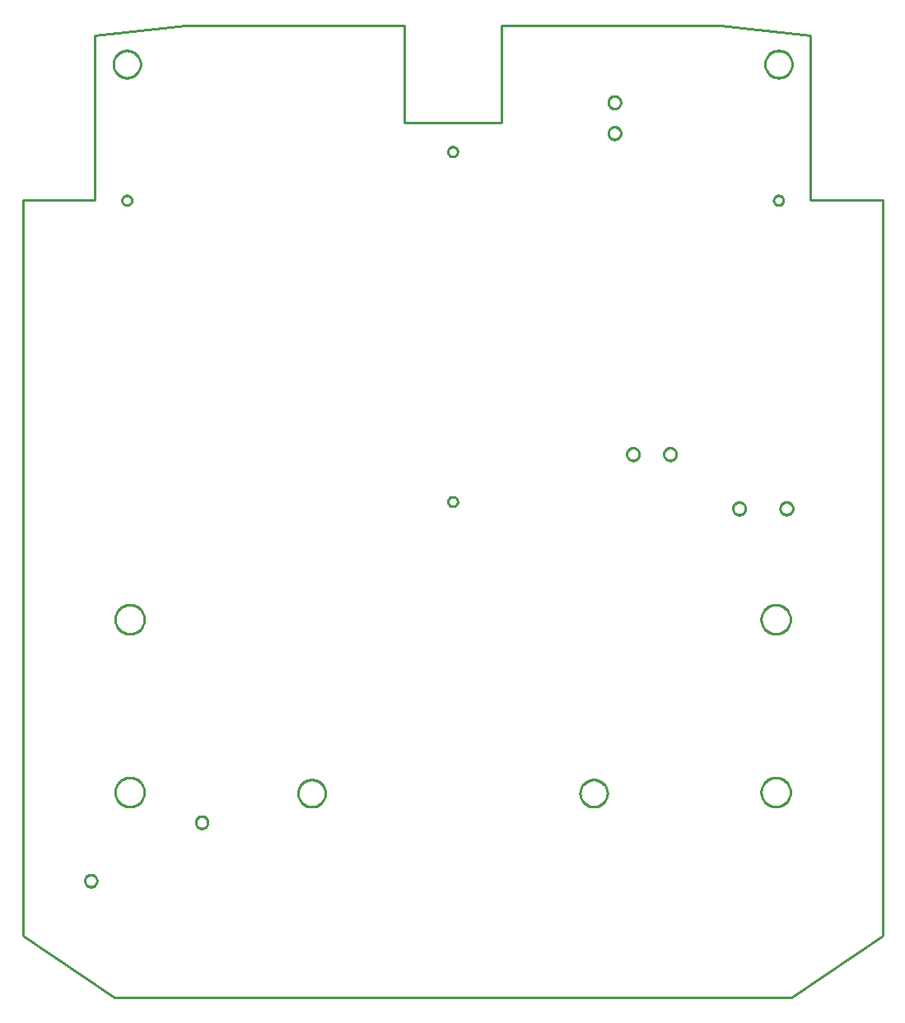
<source format=gbr>
G04 EAGLE Gerber X2 export*
%TF.Part,Single*%
%TF.FileFunction,Profile,NP*%
%TF.FilePolarity,Positive*%
%TF.GenerationSoftware,Autodesk,EAGLE,9.2.2*%
%TF.CreationDate,2019-01-20T22:08:28Z*%
G75*
%MOMM*%
%FSLAX34Y34*%
%LPD*%
%IN*%
%AMOC8*
5,1,8,0,0,1.08239X$1,22.5*%
G01*
%ADD10C,0.254000*%


D10*
X33000Y63500D02*
X127000Y0D01*
X823000Y0D01*
X917000Y63000D01*
X917000Y820000D01*
X843000Y820000D01*
X843000Y990000D01*
X750000Y1000000D01*
X525000Y1000000D01*
X525000Y900000D01*
X425000Y900000D01*
X425000Y1000000D01*
X200000Y1000000D01*
X107000Y990000D01*
X107000Y820000D01*
X33000Y820000D01*
X33000Y63500D01*
X145000Y820281D02*
X144937Y820839D01*
X144812Y821386D01*
X144627Y821916D01*
X144383Y822422D01*
X144084Y822898D01*
X143734Y823337D01*
X143337Y823734D01*
X142898Y824084D01*
X142422Y824383D01*
X141916Y824627D01*
X141386Y824812D01*
X140839Y824937D01*
X140281Y825000D01*
X139719Y825000D01*
X139161Y824937D01*
X138614Y824812D01*
X138084Y824627D01*
X137578Y824383D01*
X137102Y824084D01*
X136663Y823734D01*
X136266Y823337D01*
X135916Y822898D01*
X135617Y822422D01*
X135373Y821916D01*
X135188Y821386D01*
X135063Y820839D01*
X135000Y820281D01*
X135000Y819719D01*
X135063Y819161D01*
X135188Y818614D01*
X135373Y818084D01*
X135617Y817578D01*
X135916Y817102D01*
X136266Y816663D01*
X136663Y816266D01*
X137102Y815916D01*
X137578Y815617D01*
X138084Y815373D01*
X138614Y815188D01*
X139161Y815063D01*
X139719Y815000D01*
X140281Y815000D01*
X140839Y815063D01*
X141386Y815188D01*
X141916Y815373D01*
X142422Y815617D01*
X142898Y815916D01*
X143337Y816266D01*
X143734Y816663D01*
X144084Y817102D01*
X144383Y817578D01*
X144627Y818084D01*
X144812Y818614D01*
X144937Y819161D01*
X145000Y819719D01*
X145000Y820281D01*
X474719Y515000D02*
X474161Y514937D01*
X473614Y514812D01*
X473084Y514627D01*
X472578Y514383D01*
X472102Y514084D01*
X471663Y513734D01*
X471266Y513337D01*
X470916Y512898D01*
X470617Y512422D01*
X470373Y511916D01*
X470188Y511386D01*
X470063Y510839D01*
X470000Y510281D01*
X470000Y509719D01*
X470063Y509161D01*
X470188Y508614D01*
X470373Y508084D01*
X470617Y507578D01*
X470916Y507102D01*
X471266Y506663D01*
X471663Y506266D01*
X472102Y505916D01*
X472578Y505617D01*
X473084Y505373D01*
X473614Y505188D01*
X474161Y505063D01*
X474719Y505000D01*
X475281Y505000D01*
X475839Y505063D01*
X476386Y505188D01*
X476916Y505373D01*
X477422Y505617D01*
X477898Y505916D01*
X478337Y506266D01*
X478734Y506663D01*
X479084Y507102D01*
X479383Y507578D01*
X479627Y508084D01*
X479812Y508614D01*
X479937Y509161D01*
X480000Y509719D01*
X480000Y510281D01*
X479937Y510839D01*
X479812Y511386D01*
X479627Y511916D01*
X479383Y512422D01*
X479084Y512898D01*
X478734Y513337D01*
X478337Y513734D01*
X477898Y514084D01*
X477422Y514383D01*
X476916Y514627D01*
X476386Y514812D01*
X475839Y514937D01*
X475281Y515000D01*
X474719Y515000D01*
X805000Y819719D02*
X805063Y819161D01*
X805188Y818614D01*
X805373Y818084D01*
X805617Y817578D01*
X805916Y817102D01*
X806266Y816663D01*
X806663Y816266D01*
X807102Y815916D01*
X807578Y815617D01*
X808084Y815373D01*
X808614Y815188D01*
X809161Y815063D01*
X809719Y815000D01*
X810281Y815000D01*
X810839Y815063D01*
X811386Y815188D01*
X811916Y815373D01*
X812422Y815617D01*
X812898Y815916D01*
X813337Y816266D01*
X813734Y816663D01*
X814084Y817102D01*
X814383Y817578D01*
X814627Y818084D01*
X814812Y818614D01*
X814937Y819161D01*
X815000Y819719D01*
X815000Y820281D01*
X814937Y820839D01*
X814812Y821386D01*
X814627Y821916D01*
X814383Y822422D01*
X814084Y822898D01*
X813734Y823337D01*
X813337Y823734D01*
X812898Y824084D01*
X812422Y824383D01*
X811916Y824627D01*
X811386Y824812D01*
X810839Y824937D01*
X810281Y825000D01*
X809719Y825000D01*
X809161Y824937D01*
X808614Y824812D01*
X808084Y824627D01*
X807578Y824383D01*
X807102Y824084D01*
X806663Y823734D01*
X806266Y823337D01*
X805916Y822898D01*
X805617Y822422D01*
X805373Y821916D01*
X805188Y821386D01*
X805063Y820839D01*
X805000Y820281D01*
X805000Y819719D01*
X475281Y865000D02*
X475839Y865063D01*
X476386Y865188D01*
X476916Y865373D01*
X477422Y865617D01*
X477898Y865916D01*
X478337Y866266D01*
X478734Y866663D01*
X479084Y867102D01*
X479383Y867578D01*
X479627Y868084D01*
X479812Y868614D01*
X479937Y869161D01*
X480000Y869719D01*
X480000Y870281D01*
X479937Y870839D01*
X479812Y871386D01*
X479627Y871916D01*
X479383Y872422D01*
X479084Y872898D01*
X478734Y873337D01*
X478337Y873734D01*
X477898Y874084D01*
X477422Y874383D01*
X476916Y874627D01*
X476386Y874812D01*
X475839Y874937D01*
X475281Y875000D01*
X474719Y875000D01*
X474161Y874937D01*
X473614Y874812D01*
X473084Y874627D01*
X472578Y874383D01*
X472102Y874084D01*
X471663Y873734D01*
X471266Y873337D01*
X470916Y872898D01*
X470617Y872422D01*
X470373Y871916D01*
X470188Y871386D01*
X470063Y870839D01*
X470000Y870281D01*
X470000Y869719D01*
X470063Y869161D01*
X470188Y868614D01*
X470373Y868084D01*
X470617Y867578D01*
X470916Y867102D01*
X471266Y866663D01*
X471663Y866266D01*
X472102Y865916D01*
X472578Y865617D01*
X473084Y865373D01*
X473614Y865188D01*
X474161Y865063D01*
X474719Y865000D01*
X475281Y865000D01*
X128000Y211636D02*
X128076Y212704D01*
X128229Y213765D01*
X128457Y214812D01*
X128759Y215840D01*
X129133Y216844D01*
X129578Y217819D01*
X130092Y218759D01*
X130671Y219660D01*
X131313Y220518D01*
X132015Y221328D01*
X132772Y222085D01*
X133582Y222787D01*
X134440Y223429D01*
X135341Y224008D01*
X136281Y224522D01*
X137256Y224967D01*
X138260Y225341D01*
X139288Y225643D01*
X140335Y225871D01*
X141396Y226024D01*
X142464Y226100D01*
X143536Y226100D01*
X144604Y226024D01*
X145665Y225871D01*
X146712Y225643D01*
X147740Y225341D01*
X148744Y224967D01*
X149719Y224522D01*
X150659Y224008D01*
X151560Y223429D01*
X152418Y222787D01*
X153228Y222085D01*
X153985Y221328D01*
X154687Y220518D01*
X155329Y219660D01*
X155908Y218759D01*
X156422Y217819D01*
X156867Y216844D01*
X157241Y215840D01*
X157543Y214812D01*
X157771Y213765D01*
X157924Y212704D01*
X158000Y211636D01*
X158000Y210564D01*
X157924Y209496D01*
X157771Y208435D01*
X157543Y207388D01*
X157241Y206360D01*
X156867Y205356D01*
X156422Y204381D01*
X155908Y203441D01*
X155329Y202540D01*
X154687Y201682D01*
X153985Y200872D01*
X153228Y200115D01*
X152418Y199413D01*
X151560Y198771D01*
X150659Y198192D01*
X149719Y197678D01*
X148744Y197233D01*
X147740Y196859D01*
X146712Y196557D01*
X145665Y196329D01*
X144604Y196176D01*
X143536Y196100D01*
X142464Y196100D01*
X141396Y196176D01*
X140335Y196329D01*
X139288Y196557D01*
X138260Y196859D01*
X137256Y197233D01*
X136281Y197678D01*
X135341Y198192D01*
X134440Y198771D01*
X133582Y199413D01*
X132772Y200115D01*
X132015Y200872D01*
X131313Y201682D01*
X130671Y202540D01*
X130092Y203441D01*
X129578Y204381D01*
X129133Y205356D01*
X128759Y206360D01*
X128457Y207388D01*
X128229Y208435D01*
X128076Y209496D01*
X128000Y210564D01*
X128000Y211636D01*
X128000Y389436D02*
X128076Y390504D01*
X128229Y391565D01*
X128457Y392612D01*
X128759Y393640D01*
X129133Y394644D01*
X129578Y395619D01*
X130092Y396559D01*
X130671Y397460D01*
X131313Y398318D01*
X132015Y399128D01*
X132772Y399885D01*
X133582Y400587D01*
X134440Y401229D01*
X135341Y401808D01*
X136281Y402322D01*
X137256Y402767D01*
X138260Y403141D01*
X139288Y403443D01*
X140335Y403671D01*
X141396Y403824D01*
X142464Y403900D01*
X143536Y403900D01*
X144604Y403824D01*
X145665Y403671D01*
X146712Y403443D01*
X147740Y403141D01*
X148744Y402767D01*
X149719Y402322D01*
X150659Y401808D01*
X151560Y401229D01*
X152418Y400587D01*
X153228Y399885D01*
X153985Y399128D01*
X154687Y398318D01*
X155329Y397460D01*
X155908Y396559D01*
X156422Y395619D01*
X156867Y394644D01*
X157241Y393640D01*
X157543Y392612D01*
X157771Y391565D01*
X157924Y390504D01*
X158000Y389436D01*
X158000Y388364D01*
X157924Y387296D01*
X157771Y386235D01*
X157543Y385188D01*
X157241Y384160D01*
X156867Y383156D01*
X156422Y382181D01*
X155908Y381241D01*
X155329Y380340D01*
X154687Y379482D01*
X153985Y378672D01*
X153228Y377915D01*
X152418Y377213D01*
X151560Y376571D01*
X150659Y375992D01*
X149719Y375478D01*
X148744Y375033D01*
X147740Y374659D01*
X146712Y374357D01*
X145665Y374129D01*
X144604Y373976D01*
X143536Y373900D01*
X142464Y373900D01*
X141396Y373976D01*
X140335Y374129D01*
X139288Y374357D01*
X138260Y374659D01*
X137256Y375033D01*
X136281Y375478D01*
X135341Y375992D01*
X134440Y376571D01*
X133582Y377213D01*
X132772Y377915D01*
X132015Y378672D01*
X131313Y379482D01*
X130671Y380340D01*
X130092Y381241D01*
X129578Y382181D01*
X129133Y383156D01*
X128759Y384160D01*
X128457Y385188D01*
X128229Y386235D01*
X128076Y387296D01*
X128000Y388364D01*
X128000Y389436D01*
X822200Y388364D02*
X822124Y387296D01*
X821971Y386235D01*
X821743Y385188D01*
X821441Y384160D01*
X821067Y383156D01*
X820622Y382181D01*
X820108Y381241D01*
X819529Y380340D01*
X818887Y379482D01*
X818185Y378672D01*
X817428Y377915D01*
X816618Y377213D01*
X815760Y376571D01*
X814859Y375992D01*
X813919Y375478D01*
X812944Y375033D01*
X811940Y374659D01*
X810912Y374357D01*
X809865Y374129D01*
X808804Y373976D01*
X807736Y373900D01*
X806664Y373900D01*
X805596Y373976D01*
X804535Y374129D01*
X803488Y374357D01*
X802460Y374659D01*
X801456Y375033D01*
X800481Y375478D01*
X799541Y375992D01*
X798640Y376571D01*
X797782Y377213D01*
X796972Y377915D01*
X796215Y378672D01*
X795513Y379482D01*
X794871Y380340D01*
X794292Y381241D01*
X793778Y382181D01*
X793333Y383156D01*
X792959Y384160D01*
X792657Y385188D01*
X792429Y386235D01*
X792276Y387296D01*
X792200Y388364D01*
X792200Y389436D01*
X792276Y390504D01*
X792429Y391565D01*
X792657Y392612D01*
X792959Y393640D01*
X793333Y394644D01*
X793778Y395619D01*
X794292Y396559D01*
X794871Y397460D01*
X795513Y398318D01*
X796215Y399128D01*
X796972Y399885D01*
X797782Y400587D01*
X798640Y401229D01*
X799541Y401808D01*
X800481Y402322D01*
X801456Y402767D01*
X802460Y403141D01*
X803488Y403443D01*
X804535Y403671D01*
X805596Y403824D01*
X806664Y403900D01*
X807736Y403900D01*
X808804Y403824D01*
X809865Y403671D01*
X810912Y403443D01*
X811940Y403141D01*
X812944Y402767D01*
X813919Y402322D01*
X814859Y401808D01*
X815760Y401229D01*
X816618Y400587D01*
X817428Y399885D01*
X818185Y399128D01*
X818887Y398318D01*
X819529Y397460D01*
X820108Y396559D01*
X820622Y395619D01*
X821067Y394644D01*
X821441Y393640D01*
X821743Y392612D01*
X821971Y391565D01*
X822124Y390504D01*
X822200Y389436D01*
X822200Y388364D01*
X822200Y210564D02*
X822124Y209496D01*
X821971Y208435D01*
X821743Y207388D01*
X821441Y206360D01*
X821067Y205356D01*
X820622Y204381D01*
X820108Y203441D01*
X819529Y202540D01*
X818887Y201682D01*
X818185Y200872D01*
X817428Y200115D01*
X816618Y199413D01*
X815760Y198771D01*
X814859Y198192D01*
X813919Y197678D01*
X812944Y197233D01*
X811940Y196859D01*
X810912Y196557D01*
X809865Y196329D01*
X808804Y196176D01*
X807736Y196100D01*
X806664Y196100D01*
X805596Y196176D01*
X804535Y196329D01*
X803488Y196557D01*
X802460Y196859D01*
X801456Y197233D01*
X800481Y197678D01*
X799541Y198192D01*
X798640Y198771D01*
X797782Y199413D01*
X796972Y200115D01*
X796215Y200872D01*
X795513Y201682D01*
X794871Y202540D01*
X794292Y203441D01*
X793778Y204381D01*
X793333Y205356D01*
X792959Y206360D01*
X792657Y207388D01*
X792429Y208435D01*
X792276Y209496D01*
X792200Y210564D01*
X792200Y211636D01*
X792276Y212704D01*
X792429Y213765D01*
X792657Y214812D01*
X792959Y215840D01*
X793333Y216844D01*
X793778Y217819D01*
X794292Y218759D01*
X794871Y219660D01*
X795513Y220518D01*
X796215Y221328D01*
X796972Y222085D01*
X797782Y222787D01*
X798640Y223429D01*
X799541Y224008D01*
X800481Y224522D01*
X801456Y224967D01*
X802460Y225341D01*
X803488Y225643D01*
X804535Y225871D01*
X805596Y226024D01*
X806664Y226100D01*
X807736Y226100D01*
X808804Y226024D01*
X809865Y225871D01*
X810912Y225643D01*
X811940Y225341D01*
X812944Y224967D01*
X813919Y224522D01*
X814859Y224008D01*
X815760Y223429D01*
X816618Y222787D01*
X817428Y222085D01*
X818185Y221328D01*
X818887Y220518D01*
X819529Y219660D01*
X820108Y218759D01*
X820622Y217819D01*
X821067Y216844D01*
X821441Y215840D01*
X821743Y214812D01*
X821971Y213765D01*
X822124Y212704D01*
X822200Y211636D01*
X822200Y210564D01*
X109250Y119649D02*
X109171Y118951D01*
X109015Y118267D01*
X108783Y117604D01*
X108479Y116972D01*
X108105Y116378D01*
X107668Y115829D01*
X107171Y115332D01*
X106622Y114895D01*
X106028Y114521D01*
X105396Y114217D01*
X104733Y113985D01*
X104049Y113829D01*
X103351Y113750D01*
X102649Y113750D01*
X101951Y113829D01*
X101267Y113985D01*
X100604Y114217D01*
X99972Y114521D01*
X99378Y114895D01*
X98829Y115332D01*
X98332Y115829D01*
X97895Y116378D01*
X97521Y116972D01*
X97217Y117604D01*
X96985Y118267D01*
X96829Y118951D01*
X96750Y119649D01*
X96750Y120351D01*
X96829Y121049D01*
X96985Y121733D01*
X97217Y122396D01*
X97521Y123028D01*
X97895Y123622D01*
X98332Y124171D01*
X98829Y124668D01*
X99378Y125105D01*
X99972Y125479D01*
X100604Y125783D01*
X101267Y126015D01*
X101951Y126171D01*
X102649Y126250D01*
X103351Y126250D01*
X104049Y126171D01*
X104733Y126015D01*
X105396Y125783D01*
X106028Y125479D01*
X106622Y125105D01*
X107171Y124668D01*
X107668Y124171D01*
X108105Y123622D01*
X108479Y123028D01*
X108783Y122396D01*
X109015Y121733D01*
X109171Y121049D01*
X109250Y120351D01*
X109250Y119649D01*
X223250Y179649D02*
X223171Y178951D01*
X223015Y178267D01*
X222783Y177604D01*
X222479Y176972D01*
X222105Y176378D01*
X221668Y175829D01*
X221171Y175332D01*
X220622Y174895D01*
X220028Y174521D01*
X219396Y174217D01*
X218733Y173985D01*
X218049Y173829D01*
X217351Y173750D01*
X216649Y173750D01*
X215951Y173829D01*
X215267Y173985D01*
X214604Y174217D01*
X213972Y174521D01*
X213378Y174895D01*
X212829Y175332D01*
X212332Y175829D01*
X211895Y176378D01*
X211521Y176972D01*
X211217Y177604D01*
X210985Y178267D01*
X210829Y178951D01*
X210750Y179649D01*
X210750Y180351D01*
X210829Y181049D01*
X210985Y181733D01*
X211217Y182396D01*
X211521Y183028D01*
X211895Y183622D01*
X212332Y184171D01*
X212829Y184668D01*
X213378Y185105D01*
X213972Y185479D01*
X214604Y185783D01*
X215267Y186015D01*
X215951Y186171D01*
X216649Y186250D01*
X217351Y186250D01*
X218049Y186171D01*
X218733Y186015D01*
X219396Y185783D01*
X220028Y185479D01*
X220622Y185105D01*
X221171Y184668D01*
X221668Y184171D01*
X222105Y183622D01*
X222479Y183028D01*
X222783Y182396D01*
X223015Y181733D01*
X223171Y181049D01*
X223250Y180351D01*
X223250Y179649D01*
X154000Y959500D02*
X153929Y958503D01*
X153786Y957513D01*
X153574Y956536D01*
X153292Y955576D01*
X152943Y954639D01*
X152527Y953729D01*
X152048Y952852D01*
X151507Y952010D01*
X150908Y951210D01*
X150253Y950454D01*
X149546Y949747D01*
X148790Y949092D01*
X147990Y948493D01*
X147148Y947952D01*
X146271Y947473D01*
X145361Y947057D01*
X144424Y946708D01*
X143465Y946426D01*
X142487Y946214D01*
X141498Y946071D01*
X140500Y946000D01*
X139500Y946000D01*
X138503Y946071D01*
X137513Y946214D01*
X136536Y946426D01*
X135576Y946708D01*
X134639Y947057D01*
X133729Y947473D01*
X132852Y947952D01*
X132010Y948493D01*
X131210Y949092D01*
X130454Y949747D01*
X129747Y950454D01*
X129092Y951210D01*
X128493Y952010D01*
X127952Y952852D01*
X127473Y953729D01*
X127057Y954639D01*
X126708Y955576D01*
X126426Y956536D01*
X126214Y957513D01*
X126071Y958503D01*
X126000Y959500D01*
X126000Y960500D01*
X126071Y961498D01*
X126214Y962487D01*
X126426Y963465D01*
X126708Y964424D01*
X127057Y965361D01*
X127473Y966271D01*
X127952Y967148D01*
X128493Y967990D01*
X129092Y968790D01*
X129747Y969546D01*
X130454Y970253D01*
X131210Y970908D01*
X132010Y971507D01*
X132852Y972048D01*
X133729Y972527D01*
X134639Y972943D01*
X135576Y973292D01*
X136536Y973574D01*
X137513Y973786D01*
X138503Y973929D01*
X139500Y974000D01*
X140500Y974000D01*
X141498Y973929D01*
X142487Y973786D01*
X143465Y973574D01*
X144424Y973292D01*
X145361Y972943D01*
X146271Y972527D01*
X147148Y972048D01*
X147990Y971507D01*
X148790Y970908D01*
X149546Y970253D01*
X150253Y969546D01*
X150908Y968790D01*
X151507Y967990D01*
X152048Y967148D01*
X152527Y966271D01*
X152943Y965361D01*
X153292Y964424D01*
X153574Y963465D01*
X153786Y962487D01*
X153929Y961498D01*
X154000Y960500D01*
X154000Y959500D01*
X824000Y959500D02*
X823929Y958503D01*
X823786Y957513D01*
X823574Y956536D01*
X823292Y955576D01*
X822943Y954639D01*
X822527Y953729D01*
X822048Y952852D01*
X821507Y952010D01*
X820908Y951210D01*
X820253Y950454D01*
X819546Y949747D01*
X818790Y949092D01*
X817990Y948493D01*
X817148Y947952D01*
X816271Y947473D01*
X815361Y947057D01*
X814424Y946708D01*
X813465Y946426D01*
X812487Y946214D01*
X811498Y946071D01*
X810500Y946000D01*
X809500Y946000D01*
X808503Y946071D01*
X807513Y946214D01*
X806536Y946426D01*
X805576Y946708D01*
X804639Y947057D01*
X803729Y947473D01*
X802852Y947952D01*
X802010Y948493D01*
X801210Y949092D01*
X800454Y949747D01*
X799747Y950454D01*
X799092Y951210D01*
X798493Y952010D01*
X797952Y952852D01*
X797473Y953729D01*
X797057Y954639D01*
X796708Y955576D01*
X796426Y956536D01*
X796214Y957513D01*
X796071Y958503D01*
X796000Y959500D01*
X796000Y960500D01*
X796071Y961498D01*
X796214Y962487D01*
X796426Y963465D01*
X796708Y964424D01*
X797057Y965361D01*
X797473Y966271D01*
X797952Y967148D01*
X798493Y967990D01*
X799092Y968790D01*
X799747Y969546D01*
X800454Y970253D01*
X801210Y970908D01*
X802010Y971507D01*
X802852Y972048D01*
X803729Y972527D01*
X804639Y972943D01*
X805576Y973292D01*
X806536Y973574D01*
X807513Y973786D01*
X808503Y973929D01*
X809500Y974000D01*
X810500Y974000D01*
X811498Y973929D01*
X812487Y973786D01*
X813465Y973574D01*
X814424Y973292D01*
X815361Y972943D01*
X816271Y972527D01*
X817148Y972048D01*
X817990Y971507D01*
X818790Y970908D01*
X819546Y970253D01*
X820253Y969546D01*
X820908Y968790D01*
X821507Y967990D01*
X822048Y967148D01*
X822527Y966271D01*
X822943Y965361D01*
X823292Y964424D01*
X823574Y963465D01*
X823786Y962487D01*
X823929Y961498D01*
X824000Y960500D01*
X824000Y959500D01*
X344000Y209500D02*
X343929Y208503D01*
X343786Y207513D01*
X343574Y206536D01*
X343292Y205576D01*
X342943Y204639D01*
X342527Y203729D01*
X342048Y202852D01*
X341507Y202010D01*
X340908Y201210D01*
X340253Y200454D01*
X339546Y199747D01*
X338790Y199092D01*
X337990Y198493D01*
X337148Y197952D01*
X336271Y197473D01*
X335361Y197057D01*
X334424Y196708D01*
X333465Y196426D01*
X332487Y196214D01*
X331498Y196071D01*
X330500Y196000D01*
X329500Y196000D01*
X328503Y196071D01*
X327513Y196214D01*
X326536Y196426D01*
X325576Y196708D01*
X324639Y197057D01*
X323729Y197473D01*
X322852Y197952D01*
X322010Y198493D01*
X321210Y199092D01*
X320454Y199747D01*
X319747Y200454D01*
X319092Y201210D01*
X318493Y202010D01*
X317952Y202852D01*
X317473Y203729D01*
X317057Y204639D01*
X316708Y205576D01*
X316426Y206536D01*
X316214Y207513D01*
X316071Y208503D01*
X316000Y209500D01*
X316000Y210500D01*
X316071Y211498D01*
X316214Y212487D01*
X316426Y213465D01*
X316708Y214424D01*
X317057Y215361D01*
X317473Y216271D01*
X317952Y217148D01*
X318493Y217990D01*
X319092Y218790D01*
X319747Y219546D01*
X320454Y220253D01*
X321210Y220908D01*
X322010Y221507D01*
X322852Y222048D01*
X323729Y222527D01*
X324639Y222943D01*
X325576Y223292D01*
X326536Y223574D01*
X327513Y223786D01*
X328503Y223929D01*
X329500Y224000D01*
X330500Y224000D01*
X331498Y223929D01*
X332487Y223786D01*
X333465Y223574D01*
X334424Y223292D01*
X335361Y222943D01*
X336271Y222527D01*
X337148Y222048D01*
X337990Y221507D01*
X338790Y220908D01*
X339546Y220253D01*
X340253Y219546D01*
X340908Y218790D01*
X341507Y217990D01*
X342048Y217148D01*
X342527Y216271D01*
X342943Y215361D01*
X343292Y214424D01*
X343574Y213465D01*
X343786Y212487D01*
X343929Y211498D01*
X344000Y210500D01*
X344000Y209500D01*
X634000Y209500D02*
X633929Y208503D01*
X633786Y207513D01*
X633574Y206536D01*
X633292Y205576D01*
X632943Y204639D01*
X632527Y203729D01*
X632048Y202852D01*
X631507Y202010D01*
X630908Y201210D01*
X630253Y200454D01*
X629546Y199747D01*
X628790Y199092D01*
X627990Y198493D01*
X627148Y197952D01*
X626271Y197473D01*
X625361Y197057D01*
X624424Y196708D01*
X623465Y196426D01*
X622487Y196214D01*
X621498Y196071D01*
X620500Y196000D01*
X619500Y196000D01*
X618503Y196071D01*
X617513Y196214D01*
X616536Y196426D01*
X615576Y196708D01*
X614639Y197057D01*
X613729Y197473D01*
X612852Y197952D01*
X612010Y198493D01*
X611210Y199092D01*
X610454Y199747D01*
X609747Y200454D01*
X609092Y201210D01*
X608493Y202010D01*
X607952Y202852D01*
X607473Y203729D01*
X607057Y204639D01*
X606708Y205576D01*
X606426Y206536D01*
X606214Y207513D01*
X606071Y208503D01*
X606000Y209500D01*
X606000Y210500D01*
X606071Y211498D01*
X606214Y212487D01*
X606426Y213465D01*
X606708Y214424D01*
X607057Y215361D01*
X607473Y216271D01*
X607952Y217148D01*
X608493Y217990D01*
X609092Y218790D01*
X609747Y219546D01*
X610454Y220253D01*
X611210Y220908D01*
X612010Y221507D01*
X612852Y222048D01*
X613729Y222527D01*
X614639Y222943D01*
X615576Y223292D01*
X616536Y223574D01*
X617513Y223786D01*
X618503Y223929D01*
X619500Y224000D01*
X620500Y224000D01*
X621498Y223929D01*
X622487Y223786D01*
X623465Y223574D01*
X624424Y223292D01*
X625361Y222943D01*
X626271Y222527D01*
X627148Y222048D01*
X627990Y221507D01*
X628790Y220908D01*
X629546Y220253D01*
X630253Y219546D01*
X630908Y218790D01*
X631507Y217990D01*
X632048Y217148D01*
X632527Y216271D01*
X632943Y215361D01*
X633292Y214424D01*
X633574Y213465D01*
X633786Y212487D01*
X633929Y211498D01*
X634000Y210500D01*
X634000Y209500D01*
X647850Y888681D02*
X647787Y888045D01*
X647663Y887419D01*
X647477Y886808D01*
X647233Y886218D01*
X646932Y885654D01*
X646577Y885123D01*
X646172Y884630D01*
X645720Y884178D01*
X645227Y883773D01*
X644696Y883418D01*
X644132Y883117D01*
X643542Y882873D01*
X642931Y882687D01*
X642305Y882563D01*
X641669Y882500D01*
X641031Y882500D01*
X640395Y882563D01*
X639769Y882687D01*
X639158Y882873D01*
X638568Y883117D01*
X638004Y883418D01*
X637473Y883773D01*
X636980Y884178D01*
X636528Y884630D01*
X636123Y885123D01*
X635768Y885654D01*
X635467Y886218D01*
X635223Y886808D01*
X635037Y887419D01*
X634913Y888045D01*
X634850Y888681D01*
X634850Y889319D01*
X634913Y889955D01*
X635037Y890581D01*
X635223Y891192D01*
X635467Y891782D01*
X635768Y892346D01*
X636123Y892877D01*
X636528Y893370D01*
X636980Y893822D01*
X637473Y894227D01*
X638004Y894582D01*
X638568Y894883D01*
X639158Y895127D01*
X639769Y895313D01*
X640395Y895437D01*
X641031Y895500D01*
X641669Y895500D01*
X642305Y895437D01*
X642931Y895313D01*
X643542Y895127D01*
X644132Y894883D01*
X644696Y894582D01*
X645227Y894227D01*
X645720Y893822D01*
X646172Y893370D01*
X646577Y892877D01*
X646932Y892346D01*
X647233Y891782D01*
X647477Y891192D01*
X647663Y890581D01*
X647787Y889955D01*
X647850Y889319D01*
X647850Y888681D01*
X647850Y920431D02*
X647787Y919795D01*
X647663Y919169D01*
X647477Y918558D01*
X647233Y917968D01*
X646932Y917404D01*
X646577Y916873D01*
X646172Y916380D01*
X645720Y915928D01*
X645227Y915523D01*
X644696Y915168D01*
X644132Y914867D01*
X643542Y914623D01*
X642931Y914437D01*
X642305Y914313D01*
X641669Y914250D01*
X641031Y914250D01*
X640395Y914313D01*
X639769Y914437D01*
X639158Y914623D01*
X638568Y914867D01*
X638004Y915168D01*
X637473Y915523D01*
X636980Y915928D01*
X636528Y916380D01*
X636123Y916873D01*
X635768Y917404D01*
X635467Y917968D01*
X635223Y918558D01*
X635037Y919169D01*
X634913Y919795D01*
X634850Y920431D01*
X634850Y921069D01*
X634913Y921705D01*
X635037Y922331D01*
X635223Y922942D01*
X635467Y923532D01*
X635768Y924096D01*
X636123Y924627D01*
X636528Y925120D01*
X636980Y925572D01*
X637473Y925977D01*
X638004Y926332D01*
X638568Y926633D01*
X639158Y926877D01*
X639769Y927063D01*
X640395Y927187D01*
X641031Y927250D01*
X641669Y927250D01*
X642305Y927187D01*
X642931Y927063D01*
X643542Y926877D01*
X644132Y926633D01*
X644696Y926332D01*
X645227Y925977D01*
X645720Y925572D01*
X646172Y925120D01*
X646577Y924627D01*
X646932Y924096D01*
X647233Y923532D01*
X647477Y922942D01*
X647663Y922331D01*
X647787Y921705D01*
X647850Y921069D01*
X647850Y920431D01*
X666900Y558481D02*
X666837Y557845D01*
X666713Y557219D01*
X666527Y556608D01*
X666283Y556018D01*
X665982Y555454D01*
X665627Y554923D01*
X665222Y554430D01*
X664770Y553978D01*
X664277Y553573D01*
X663746Y553218D01*
X663182Y552917D01*
X662592Y552673D01*
X661981Y552487D01*
X661355Y552363D01*
X660719Y552300D01*
X660081Y552300D01*
X659445Y552363D01*
X658819Y552487D01*
X658208Y552673D01*
X657618Y552917D01*
X657054Y553218D01*
X656523Y553573D01*
X656030Y553978D01*
X655578Y554430D01*
X655173Y554923D01*
X654818Y555454D01*
X654517Y556018D01*
X654273Y556608D01*
X654087Y557219D01*
X653963Y557845D01*
X653900Y558481D01*
X653900Y559119D01*
X653963Y559755D01*
X654087Y560381D01*
X654273Y560992D01*
X654517Y561582D01*
X654818Y562146D01*
X655173Y562677D01*
X655578Y563170D01*
X656030Y563622D01*
X656523Y564027D01*
X657054Y564382D01*
X657618Y564683D01*
X658208Y564927D01*
X658819Y565113D01*
X659445Y565237D01*
X660081Y565300D01*
X660719Y565300D01*
X661355Y565237D01*
X661981Y565113D01*
X662592Y564927D01*
X663182Y564683D01*
X663746Y564382D01*
X664277Y564027D01*
X664770Y563622D01*
X665222Y563170D01*
X665627Y562677D01*
X665982Y562146D01*
X666283Y561582D01*
X666527Y560992D01*
X666713Y560381D01*
X666837Y559755D01*
X666900Y559119D01*
X666900Y558481D01*
X705000Y558481D02*
X704937Y557845D01*
X704813Y557219D01*
X704627Y556608D01*
X704383Y556018D01*
X704082Y555454D01*
X703727Y554923D01*
X703322Y554430D01*
X702870Y553978D01*
X702377Y553573D01*
X701846Y553218D01*
X701282Y552917D01*
X700692Y552673D01*
X700081Y552487D01*
X699455Y552363D01*
X698819Y552300D01*
X698181Y552300D01*
X697545Y552363D01*
X696919Y552487D01*
X696308Y552673D01*
X695718Y552917D01*
X695154Y553218D01*
X694623Y553573D01*
X694130Y553978D01*
X693678Y554430D01*
X693273Y554923D01*
X692918Y555454D01*
X692617Y556018D01*
X692373Y556608D01*
X692187Y557219D01*
X692063Y557845D01*
X692000Y558481D01*
X692000Y559119D01*
X692063Y559755D01*
X692187Y560381D01*
X692373Y560992D01*
X692617Y561582D01*
X692918Y562146D01*
X693273Y562677D01*
X693678Y563170D01*
X694130Y563622D01*
X694623Y564027D01*
X695154Y564382D01*
X695718Y564683D01*
X696308Y564927D01*
X696919Y565113D01*
X697545Y565237D01*
X698181Y565300D01*
X698819Y565300D01*
X699455Y565237D01*
X700081Y565113D01*
X700692Y564927D01*
X701282Y564683D01*
X701846Y564382D01*
X702377Y564027D01*
X702870Y563622D01*
X703322Y563170D01*
X703727Y562677D01*
X704082Y562146D01*
X704383Y561582D01*
X704627Y560992D01*
X704813Y560381D01*
X704937Y559755D01*
X705000Y559119D01*
X705000Y558481D01*
X824683Y502617D02*
X824620Y501981D01*
X824495Y501355D01*
X824310Y500743D01*
X824066Y500153D01*
X823765Y499590D01*
X823410Y499059D01*
X823005Y498565D01*
X822553Y498114D01*
X822059Y497709D01*
X821528Y497354D01*
X820965Y497053D01*
X820375Y496808D01*
X819764Y496623D01*
X819138Y496498D01*
X818502Y496436D01*
X817863Y496436D01*
X817228Y496498D01*
X816601Y496623D01*
X815990Y496808D01*
X815400Y497053D01*
X814837Y497354D01*
X814306Y497709D01*
X813812Y498114D01*
X813361Y498565D01*
X812955Y499059D01*
X812601Y499590D01*
X812300Y500153D01*
X812055Y500743D01*
X811870Y501355D01*
X811745Y501981D01*
X811683Y502617D01*
X811683Y503255D01*
X811745Y503891D01*
X811870Y504517D01*
X812055Y505128D01*
X812300Y505718D01*
X812601Y506282D01*
X812955Y506813D01*
X813361Y507306D01*
X813812Y507758D01*
X814306Y508163D01*
X814837Y508518D01*
X815400Y508819D01*
X815990Y509063D01*
X816601Y509249D01*
X817228Y509373D01*
X817863Y509436D01*
X818502Y509436D01*
X819138Y509373D01*
X819764Y509249D01*
X820375Y509063D01*
X820965Y508819D01*
X821528Y508518D01*
X822059Y508163D01*
X822553Y507758D01*
X823005Y507306D01*
X823410Y506813D01*
X823765Y506282D01*
X824066Y505718D01*
X824310Y505128D01*
X824495Y504517D01*
X824620Y503891D01*
X824683Y503255D01*
X824683Y502617D01*
X776012Y502617D02*
X775950Y501981D01*
X775825Y501355D01*
X775640Y500743D01*
X775395Y500153D01*
X775094Y499590D01*
X774740Y499059D01*
X774334Y498565D01*
X773883Y498114D01*
X773389Y497709D01*
X772858Y497354D01*
X772295Y497053D01*
X771705Y496808D01*
X771094Y496623D01*
X770467Y496498D01*
X769832Y496436D01*
X769193Y496436D01*
X768557Y496498D01*
X767931Y496623D01*
X767320Y496808D01*
X766730Y497053D01*
X766167Y497354D01*
X765636Y497709D01*
X765142Y498114D01*
X764690Y498565D01*
X764285Y499059D01*
X763930Y499590D01*
X763629Y500153D01*
X763385Y500743D01*
X763200Y501355D01*
X763075Y501981D01*
X763012Y502617D01*
X763012Y503255D01*
X763075Y503891D01*
X763200Y504517D01*
X763385Y505128D01*
X763629Y505718D01*
X763930Y506282D01*
X764285Y506813D01*
X764690Y507306D01*
X765142Y507758D01*
X765636Y508163D01*
X766167Y508518D01*
X766730Y508819D01*
X767320Y509063D01*
X767931Y509249D01*
X768557Y509373D01*
X769193Y509436D01*
X769832Y509436D01*
X770467Y509373D01*
X771094Y509249D01*
X771705Y509063D01*
X772295Y508819D01*
X772858Y508518D01*
X773389Y508163D01*
X773883Y507758D01*
X774334Y507306D01*
X774740Y506813D01*
X775094Y506282D01*
X775395Y505718D01*
X775640Y505128D01*
X775825Y504517D01*
X775950Y503891D01*
X776012Y503255D01*
X776012Y502617D01*
M02*

</source>
